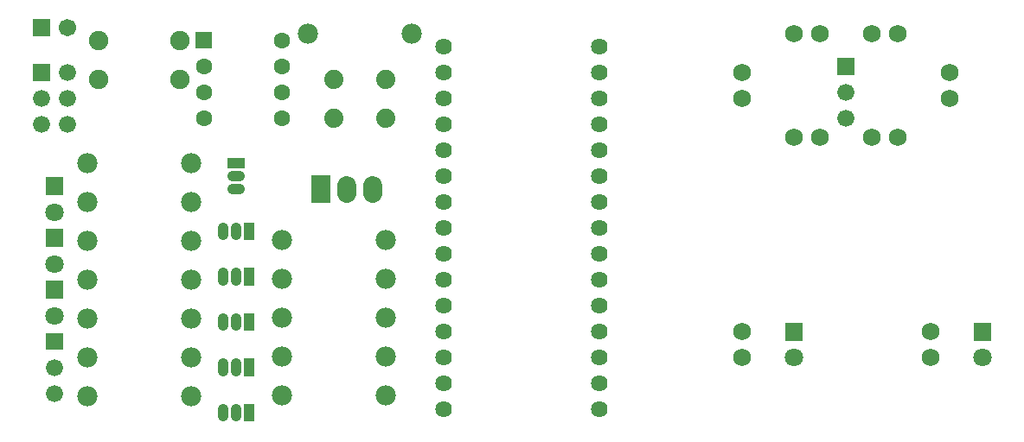
<source format=gts>
G04 Layer: TopSolderMaskLayer*
G04 EasyEDA v6.4.25, 2021-12-06T09:29:09+01:00*
G04 709bd2a449c44a659231e49a93e94fa4,7d3f4a13764643a7838717c5c1d40531,10*
G04 Gerber Generator version 0.2*
G04 Scale: 100 percent, Rotated: No, Reflected: No *
G04 Dimensions in inches *
G04 leading zeros omitted , absolute positions ,3 integer and 6 decimal *
%FSLAX36Y36*%
%MOIN*%

%ADD18C,0.0740*%
%ADD40C,0.0749*%
%ADD41C,0.0394*%
%ADD43C,0.0660*%
%ADD44R,0.0660X0.0660*%
%ADD45C,0.0780*%
%ADD47C,0.0640*%
%ADD48C,0.0670*%
%ADD50C,0.0690*%
%ADD53C,0.0709*%
%ADD55C,0.0631*%

%LPD*%
D40*
X1274997Y1065943D02*
G01*
X1274997Y1034447D01*
X1375006Y1065553D02*
G01*
X1375006Y1034056D01*
D41*
X800000Y173719D02*
G01*
X800000Y201278D01*
X850000Y173719D02*
G01*
X850000Y201278D01*
X863779Y1100000D02*
G01*
X836220Y1100000D01*
X863779Y1050000D02*
G01*
X836220Y1050000D01*
X850000Y348719D02*
G01*
X850000Y376278D01*
X800000Y348719D02*
G01*
X800000Y376278D01*
X850000Y523719D02*
G01*
X850000Y551278D01*
X800000Y523719D02*
G01*
X800000Y551278D01*
X850000Y698719D02*
G01*
X850000Y726278D01*
X800000Y698719D02*
G01*
X800000Y726278D01*
X850000Y873719D02*
G01*
X850000Y901278D01*
X800000Y873719D02*
G01*
X800000Y901278D01*
G36*
X1137600Y996999D02*
G01*
X1137600Y1103400D01*
X1212399Y1103400D01*
X1212399Y996999D01*
G37*
D43*
G01*
X150000Y262500D03*
G01*
X150000Y362500D03*
G36*
X116999Y429499D02*
G01*
X116999Y495500D01*
X183000Y495500D01*
X183000Y429499D01*
G37*
D18*
G01*
X1225000Y1325000D03*
G01*
X1425000Y1325000D03*
G01*
X1225000Y1475000D03*
G01*
X1425000Y1475000D03*
D45*
G01*
X675000Y1000000D03*
G01*
X275000Y1000000D03*
G36*
X880299Y154000D02*
G01*
X880299Y220999D01*
X919700Y220999D01*
X919700Y154000D01*
G37*
G01*
X675000Y1150000D03*
G01*
X275000Y1150000D03*
D47*
G01*
X1650000Y1600000D03*
G01*
X1650000Y1500000D03*
G01*
X1650000Y1400000D03*
G01*
X1650000Y1300000D03*
G01*
X1650000Y1200000D03*
G01*
X1650000Y1100000D03*
G01*
X1650000Y1000000D03*
G01*
X1650000Y900000D03*
G01*
X1650000Y800000D03*
G01*
X1650000Y700000D03*
G01*
X1650000Y600000D03*
G01*
X1650000Y500000D03*
G01*
X1650000Y400000D03*
G01*
X1650000Y300000D03*
G01*
X1650000Y200000D03*
G01*
X2250000Y200000D03*
G01*
X2250000Y300000D03*
G01*
X2250000Y400000D03*
G01*
X2250000Y500000D03*
G01*
X2250000Y600000D03*
G01*
X2250000Y700000D03*
G01*
X2250000Y800000D03*
G01*
X2250000Y900000D03*
G01*
X2250000Y1000000D03*
G01*
X2250000Y1100000D03*
G01*
X2250000Y1200000D03*
G01*
X2250000Y1300000D03*
G01*
X2250000Y1400000D03*
G01*
X2250000Y1500000D03*
G01*
X2250000Y1600000D03*
D43*
G01*
X200000Y1300000D03*
G01*
X100000Y1300000D03*
G01*
X200000Y1400000D03*
G01*
X100000Y1400000D03*
G01*
X200000Y1500000D03*
G36*
X66999Y1466999D02*
G01*
X66999Y1533000D01*
X133000Y1533000D01*
X133000Y1466999D01*
G37*
D48*
G01*
X200000Y1675000D03*
G36*
X66500Y1641500D02*
G01*
X66500Y1708499D01*
X133499Y1708499D01*
X133499Y1641500D01*
G37*
D50*
G01*
X2800000Y500000D03*
G01*
X2800000Y400000D03*
G01*
X3525000Y500000D03*
G01*
X3525000Y400000D03*
G36*
X816499Y1130300D02*
G01*
X816499Y1169699D01*
X883500Y1169699D01*
X883500Y1130300D01*
G37*
G36*
X880299Y329000D02*
G01*
X880299Y395999D01*
X919700Y395999D01*
X919700Y329000D01*
G37*
G36*
X880299Y504000D02*
G01*
X880299Y570999D01*
X919700Y570999D01*
X919700Y504000D01*
G37*
G36*
X880299Y679000D02*
G01*
X880299Y745999D01*
X919700Y745999D01*
X919700Y679000D01*
G37*
G36*
X880299Y854000D02*
G01*
X880299Y920999D01*
X919700Y920999D01*
X919700Y854000D01*
G37*
G36*
X116999Y626999D02*
G01*
X116999Y698000D01*
X183000Y698000D01*
X183000Y626999D01*
G37*
D53*
G01*
X150000Y562500D03*
G36*
X116999Y826999D02*
G01*
X116999Y898000D01*
X183000Y898000D01*
X183000Y826999D01*
G37*
G01*
X150000Y762500D03*
G36*
X116999Y1026999D02*
G01*
X116999Y1098000D01*
X183000Y1098000D01*
X183000Y1026999D01*
G37*
G01*
X150000Y962500D03*
D45*
G01*
X1525000Y1650000D03*
G01*
X1125000Y1650000D03*
D40*
G01*
X632480Y1475000D03*
G01*
X317519Y1475000D03*
G01*
X317519Y1625000D03*
G01*
X632480Y1625000D03*
D45*
G01*
X275000Y250000D03*
G01*
X675000Y250000D03*
G01*
X275000Y400000D03*
G01*
X675000Y400000D03*
G01*
X275000Y550000D03*
G01*
X675000Y550000D03*
G01*
X275000Y700000D03*
G01*
X675000Y700000D03*
G01*
X275000Y850000D03*
G01*
X675000Y850000D03*
G01*
X1425000Y255000D03*
G01*
X1025000Y255000D03*
G01*
X1425000Y405000D03*
G01*
X1025000Y405000D03*
G01*
X1425000Y555000D03*
G01*
X1025000Y555000D03*
G01*
X1425000Y705000D03*
G01*
X1025000Y705000D03*
G01*
X1425000Y855000D03*
G01*
X1025000Y855000D03*
G36*
X693499Y1593499D02*
G01*
X693499Y1656500D01*
X756500Y1656500D01*
X756500Y1593499D01*
G37*
D55*
G01*
X725000Y1525000D03*
G01*
X725000Y1425000D03*
G01*
X725000Y1325000D03*
G01*
X1025000Y1625000D03*
G01*
X1025000Y1525000D03*
G01*
X1025000Y1425000D03*
G01*
X1025000Y1325000D03*
D50*
G01*
X3400000Y1250000D03*
G01*
X3300000Y1250000D03*
G01*
X3300000Y1650000D03*
G01*
X3400000Y1650000D03*
G01*
X2800000Y1500000D03*
G01*
X2800000Y1400000D03*
G01*
X3100000Y1650000D03*
G01*
X3000000Y1650000D03*
G01*
X3600000Y1500000D03*
G01*
X3600000Y1400000D03*
G01*
X3100000Y1250000D03*
G01*
X3000000Y1250000D03*
D43*
G01*
X3200000Y1325000D03*
G01*
X3200000Y1425000D03*
D44*
G01*
X3200000Y1525000D03*
G36*
X3691999Y464499D02*
G01*
X3691999Y535500D01*
X3758000Y535500D01*
X3758000Y464499D01*
G37*
D53*
G01*
X3725000Y400000D03*
G36*
X2966999Y464499D02*
G01*
X2966999Y535500D01*
X3033000Y535500D01*
X3033000Y464499D01*
G37*
G01*
X3000000Y400000D03*
M02*

</source>
